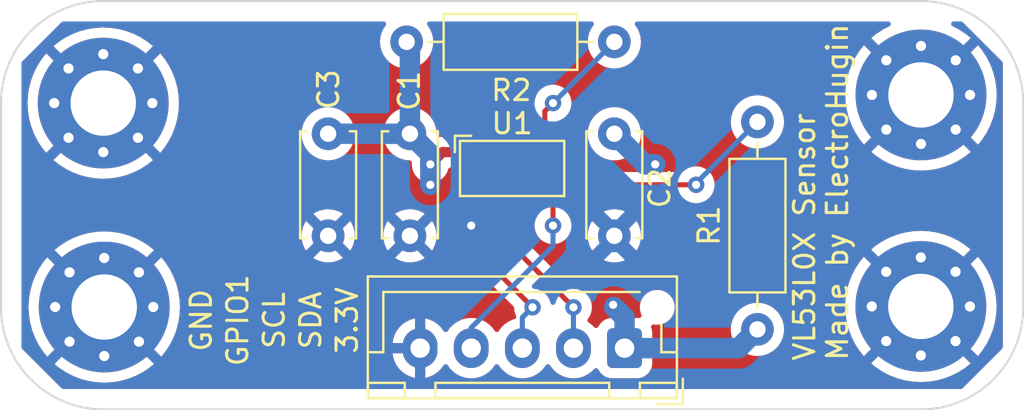
<source format=kicad_pcb>
(kicad_pcb (version 20221018) (generator pcbnew)
  (layers (0 "F.Cu" signal) (1 "In1.Cu" power) (2 "In2.Cu" power) (31 "B.Cu" signal) (34 "B.Paste" user) (35 "F.Paste" user) (36 "B.SilkS" user "B.Silkscreen") (37 "F.SilkS" user "F.Silkscreen") (38 "B.Mask" user) (39 "F.Mask" user) (44 "Edge.Cuts" user))
  (net 0 "")
  (net 1 "+3.3V")
  (net 2 "GND")
  (net 3 "/SDA")
  (net 4 "/SCL")
  (net 5 "/VL53L0X")
  (net 6 "Net-(U1-XSHUT)")
  (footprint "MountingHole:MountingHole_3.2mm_M3_Pad_Via" (layer "F.Cu") (at 104.048805 74.985897)
    (fp_text reference "H4" hide)
    (fp_text value "Hole_Pad" hide)
    (pad "1" thru_hole circle (at -2.4 0) (size 0.8 0.8) (drill 0.5) (layers "*.Cu" "*.Mask") (net 2 "GND"))
    (pad "1" thru_hole circle (at -1.697056 -1.697056) (size 0.8 0.8) (drill 0.5) (layers "*.Cu" "*.Mask") (net 2 "GND"))
    (pad "1" thru_hole circle (at -1.697056 1.697056) (size 0.8 0.8) (drill 0.5) (layers "*.Cu" "*.Mask") (net 2 "GND"))
    (pad "1" thru_hole circle (at 0 -2.4) (size 0.8 0.8) (drill 0.5) (layers "*.Cu" "*.Mask") (net 2 "GND"))
    (pad "1" thru_hole circle (at 0 0) (size 6.4 6.4) (drill 3.2) (layers "*.Cu" "*.Mask") (net 2 "GND"))
    (pad "1" thru_hole circle (at 0 2.4) (size 0.8 0.8) (drill 0.5) (layers "*.Cu" "*.Mask") (net 2 "GND"))
    (pad "1" thru_hole circle (at 1.697056 -1.697056) (size 0.8 0.8) (drill 0.5) (layers "*.Cu" "*.Mask") (net 2 "GND"))
    (pad "1" thru_hole circle (at 1.697056 1.697056) (size 0.8 0.8) (drill 0.5) (layers "*.Cu" "*.Mask") (net 2 "GND"))
    (pad "1" thru_hole circle (at 2.4 0) (size 0.8 0.8) (drill 0.5) (layers "*.Cu" "*.Mask") (net 2 "GND"))
  )
  (footprint "Capacitor_THT:C_Disc_D5.0mm_W2.5mm_P5.00mm" (layer "F.Cu") (at 115 66.5 -90)
    (fp_text reference "C3" (at -2.169582 -0.020321 90) (layer "F.SilkS"))
    (fp_text value "1u")
    (fp_line (start -0.12 -1.37) (end -0.12 -1.055) (stroke (width 0.12)) (layer "F.SilkS"))
    (fp_line (start -0.12 -1.37) (end 5.12 -1.37) (stroke (width 0.12)) (layer "F.SilkS"))
    (fp_line (start -0.12 1.055) (end -0.12 1.37) (stroke (width 0.12)) (layer "F.SilkS"))
    (fp_line (start -0.12 1.37) (end 5.12 1.37) (stroke (width 0.12)) (layer "F.SilkS"))
    (fp_line (start 5.12 -1.37) (end 5.12 -1.055) (stroke (width 0.12)) (layer "F.SilkS"))
    (fp_line (start 5.12 1.055) (end 5.12 1.37) (stroke (width 0.12)) (layer "F.SilkS"))
    (pad "1" thru_hole circle (at 0 0 270) (size 1.6 1.6) (drill 0.8) (layers "*.Cu" "*.Mask") (net 1 "+3.3V"))
    (pad "2" thru_hole circle (at 5 0 270) (size 1.6 1.6) (drill 0.8) (layers "*.Cu" "*.Mask") (net 2 "GND"))
  )
  (footprint "Sensor_Distance:ST_VL53L1x" (layer "F.Cu") (at 124 68.2)
    (fp_text reference "U1" (at 0 -2.2) (layer "F.SilkS"))
    (fp_text value "VL53L1CXV0FY1")
    (fp_line (start -2.8 -1.6) (end -2 -1.6) (stroke (width 0.12)) (layer "F.SilkS"))
    (fp_line (start -2.8 -0.8) (end -2.8 -1.6) (stroke (width 0.12)) (layer "F.SilkS"))
    (fp_line (start -2.55 -1.35) (end -2.55 1.35) (stroke (width 0.12)) (layer "F.SilkS"))
    (fp_line (start -2.55 1.35) (end 2.55 1.35) (stroke (width 0.12)) (layer "F.SilkS"))
    (fp_line (start 2.55 -1.35) (end -2.55 -1.35) (stroke (width 0.12)) (layer "F.SilkS"))
    (fp_line (start 2.55 1.35) (end 2.55 -1.35) (stroke (width 0.12)) (layer "F.SilkS"))
    (pad "1" smd roundrect (at -1.74 -0.675) (size 0.38 0.25) (layers "F.Cu" "F.Paste" "F.Mask") (net 1 "+3.3V"))
    (pad "1" smd roundrect (at -1.6 -0.8) (size 0.5 0.5) (layers "F.Cu" "F.Paste" "F.Mask") (net 1 "+3.3V"))
    (pad "2" smd roundrect (at -0.8 -0.8) (size 0.5 0.5) (layers "F.Cu" "F.Paste" "F.Mask") (net 2 "GND"))
    (pad "3" smd roundrect (at 0 -0.8) (size 0.5 0.5) (layers "F.Cu" "F.Paste" "F.Mask") (net 2 "GND"))
    (pad "4" smd roundrect (at 0.8 -0.8) (size 0.5 0.5) (layers "F.Cu" "F.Paste" "F.Mask") (net 2 "GND"))
    (pad "5" smd roundrect (at 1.6 -0.8) (size 0.5 0.5) (layers "F.Cu" "F.Paste" "F.Mask") (net 6 "Net-(U1-XSHUT)"))
    (pad "6" smd roundrect (at 1.6 0) (size 0.5 0.5) (layers "F.Cu" "F.Paste" "F.Mask") (net 2 "GND"))
    (pad "7" smd roundrect (at 1.6 0.8) (size 0.5 0.5) (layers "F.Cu" "F.Paste" "F.Mask") (net 5 "/VL53L0X"))
    (pad "8" smd roundrect (at 0.8 0.8) (size 0.5 0.5) (layers "F.Cu" "F.Paste" "F.Mask"))
    (pad "9" smd roundrect (at 0 0.8) (size 0.5 0.5) (layers "F.Cu" "F.Paste" "F.Mask") (net 3 "/SDA"))
    (pad "10" smd roundrect (at -0.8 0.8) (size 0.5 0.5) (layers "F.Cu" "F.Paste" "F.Mask") (net 4 "/SCL"))
    (pad "11" smd roundrect (at -1.6 0.8) (size 0.5 0.5) (layers "F.Cu" "F.Paste" "F.Mask") (net 1 "+3.3V"))
    (pad "12" smd roundrect (at -1.6 0) (size 0.5 0.5) (layers "F.Cu" "F.Paste" "F.Mask") (net 2 "GND"))
  )
  (footprint "Resistor_THT:R_Axial_DIN0207_L6.3mm_D2.5mm_P10.16mm_Horizontal" (layer "F.Cu") (at 118.84 62)
    (fp_text reference "R2" (at 5.11999 2.37293) (layer "F.SilkS"))
    (fp_text value "47k")
    (fp_line (start 1.04 0) (end 1.81 0) (stroke (width 0.12)) (layer "F.SilkS"))
    (fp_line (start 1.81 -1.37) (end 1.81 1.37) (stroke (width 0.12)) (layer "F.SilkS"))
    (fp_line (start 1.81 1.37) (end 8.35 1.37) (stroke (width 0.12)) (layer "F.SilkS"))
    (fp_line (start 8.35 -1.37) (end 1.81 -1.37) (stroke (width 0.12)) (layer "F.SilkS"))
    (fp_line (start 8.35 1.37) (end 8.35 -1.37) (stroke (width 0.12)) (layer "F.SilkS"))
    (fp_line (start 9.12 0) (end 8.35 0) (stroke (width 0.12)) (layer "F.SilkS"))
    (pad "1" thru_hole circle (at 0 0) (size 1.6 1.6) (drill 0.8) (layers "*.Cu" "*.Mask") (net 1 "+3.3V"))
    (pad "2" thru_hole oval (at 10.16 0) (size 1.6 1.6) (drill 0.8) (layers "*.Cu" "*.Mask") (net 6 "Net-(U1-XSHUT)"))
  )
  (footprint "MountingHole:MountingHole_3.2mm_M3_Pad_Via" (layer "F.Cu") (at 143.99368 74.957867)
    (fp_text reference "H3" hide)
    (fp_text value "Hole_Pad" hide)
    (pad "1" thru_hole circle (at -2.4 0) (size 0.8 0.8) (drill 0.5) (layers "*.Cu" "*.Mask") (net 2 "GND"))
    (pad "1" thru_hole circle (at -1.697056 -1.697056) (size 0.8 0.8) (drill 0.5) (layers "*.Cu" "*.Mask") (net 2 "GND"))
    (pad "1" thru_hole circle (at -1.697056 1.697056) (size 0.8 0.8) (drill 0.5) (layers "*.Cu" "*.Mask") (net 2 "GND"))
    (pad "1" thru_hole circle (at 0 -2.4) (size 0.8 0.8) (drill 0.5) (layers "*.Cu" "*.Mask") (net 2 "GND"))
    (pad "1" thru_hole circle (at 0 0) (size 6.4 6.4) (drill 3.2) (layers "*.Cu" "*.Mask") (net 2 "GND"))
    (pad "1" thru_hole circle (at 0 2.4) (size 0.8 0.8) (drill 0.5) (layers "*.Cu" "*.Mask") (net 2 "GND"))
    (pad "1" thru_hole circle (at 1.697056 -1.697056) (size 0.8 0.8) (drill 0.5) (layers "*.Cu" "*.Mask") (net 2 "GND"))
    (pad "1" thru_hole circle (at 1.697056 1.697056) (size 0.8 0.8) (drill 0.5) (layers "*.Cu" "*.Mask") (net 2 "GND"))
    (pad "1" thru_hole circle (at 2.4 0) (size 0.8 0.8) (drill 0.5) (layers "*.Cu" "*.Mask") (net 2 "GND"))
  )
  (footprint "Capacitor_THT:C_Disc_D5.0mm_W2.5mm_P5.00mm" (layer "F.Cu") (at 129 66.5 -90)
    (fp_text reference "C2" (at 2.668179 -2.223505 90) (layer "F.SilkS"))
    (fp_text value "4.7u")
    (fp_line (start -0.12 -1.37) (end -0.12 -1.055) (stroke (width 0.12)) (layer "F.SilkS"))
    (fp_line (start -0.12 -1.37) (end 5.12 -1.37) (stroke (width 0.12)) (layer "F.SilkS"))
    (fp_line (start -0.12 1.055) (end -0.12 1.37) (stroke (width 0.12)) (layer "F.SilkS"))
    (fp_line (start -0.12 1.37) (end 5.12 1.37) (stroke (width 0.12)) (layer "F.SilkS"))
    (fp_line (start 5.12 -1.37) (end 5.12 -1.055) (stroke (width 0.12)) (layer "F.SilkS"))
    (fp_line (start 5.12 1.055) (end 5.12 1.37) (stroke (width 0.12)) (layer "F.SilkS"))
    (pad "1" thru_hole circle (at 0 0 270) (size 1.6 1.6) (drill 0.8) (layers "*.Cu" "*.Mask") (net 1 "+3.3V"))
    (pad "2" thru_hole circle (at 5 0 270) (size 1.6 1.6) (drill 0.8) (layers "*.Cu" "*.Mask") (net 2 "GND"))
  )
  (footprint "MountingHole:MountingHole_3.2mm_M3_Pad_Via" (layer "F.Cu") (at 104 65)
    (fp_text reference "H1" hide)
    (fp_text value "Hole_Pad" hide)
    (pad "1" thru_hole circle (at -2.4 0) (size 0.8 0.8) (drill 0.5) (layers "*.Cu" "*.Mask") (net 2 "GND"))
    (pad "1" thru_hole circle (at -1.697056 -1.697056) (size 0.8 0.8) (drill 0.5) (layers "*.Cu" "*.Mask") (net 2 "GND"))
    (pad "1" thru_hole circle (at -1.697056 1.697056) (size 0.8 0.8) (drill 0.5) (layers "*.Cu" "*.Mask") (net 2 "GND"))
    (pad "1" thru_hole circle (at 0 -2.4) (size 0.8 0.8) (drill 0.5) (layers "*.Cu" "*.Mask") (net 2 "GND"))
    (pad "1" thru_hole circle (at 0 0) (size 6.4 6.4) (drill 3.2) (layers "*.Cu" "*.Mask") (net 2 "GND"))
    (pad "1" thru_hole circle (at 0 2.4) (size 0.8 0.8) (drill 0.5) (layers "*.Cu" "*.Mask") (net 2 "GND"))
    (pad "1" thru_hole circle (at 1.697056 -1.697056) (size 0.8 0.8) (drill 0.5) (layers "*.Cu" "*.Mask") (net 2 "GND"))
    (pad "1" thru_hole circle (at 1.697056 1.697056) (size 0.8 0.8) (drill 0.5) (layers "*.Cu" "*.Mask") (net 2 "GND"))
    (pad "1" thru_hole circle (at 2.4 0) (size 0.8 0.8) (drill 0.5) (layers "*.Cu" "*.Mask") (net 2 "GND"))
  )
  (footprint "MountingHole:MountingHole_3.2mm_M3_Pad_Via" (layer "F.Cu") (at 144 64.6)
    (fp_text reference "H2" hide)
    (fp_text value "Hole_Pad" hide)
    (pad "1" thru_hole circle (at -2.4 0) (size 0.8 0.8) (drill 0.5) (layers "*.Cu" "*.Mask") (net 2 "GND"))
    (pad "1" thru_hole circle (at -1.697056 -1.697056) (size 0.8 0.8) (drill 0.5) (layers "*.Cu" "*.Mask") (net 2 "GND"))
    (pad "1" thru_hole circle (at -1.697056 1.697056) (size 0.8 0.8) (drill 0.5) (layers "*.Cu" "*.Mask") (net 2 "GND"))
    (pad "1" thru_hole circle (at 0 -2.4) (size 0.8 0.8) (drill 0.5) (layers "*.Cu" "*.Mask") (net 2 "GND"))
    (pad "1" thru_hole circle (at 0 0) (size 6.4 6.4) (drill 3.2) (layers "*.Cu" "*.Mask") (net 2 "GND"))
    (pad "1" thru_hole circle (at 0 2.4) (size 0.8 0.8) (drill 0.5) (layers "*.Cu" "*.Mask") (net 2 "GND"))
    (pad "1" thru_hole circle (at 1.697056 -1.697056) (size 0.8 0.8) (drill 0.5) (layers "*.Cu" "*.Mask") (net 2 "GND"))
    (pad "1" thru_hole circle (at 1.697056 1.697056) (size 0.8 0.8) (drill 0.5) (layers "*.Cu" "*.Mask") (net 2 "GND"))
    (pad "1" thru_hole circle (at 2.4 0) (size 0.8 0.8) (drill 0.5) (layers "*.Cu" "*.Mask") (net 2 "GND"))
  )
  (footprint "Connector_JST:JST_XH_B5B-XH-AM_1x05_P2.50mm_Vertical" (layer "F.Cu") (at 129.5 77 180)
    (fp_text reference "J1" hide)
    (fp_text value "Conn_01x05")
    (fp_line (start -2.85 -2.75) (end -2.85 -1.5) (stroke (width 0.12)) (layer "F.SilkS"))
    (fp_line (start -2.56 -2.46) (end -2.56 3.51) (stroke (width 0.12)) (layer "F.SilkS"))
    (fp_line (start -2.56 3.51) (end 12.56 3.51) (stroke (width 0.12)) (layer "F.SilkS"))
    (fp_line (start -2.55 -2.45) (end -2.55 -1.7) (stroke (width 0.12)) (layer "F.SilkS"))
    (fp_line (start -2.55 -1.7) (end -0.75 -1.7) (stroke (width 0.12)) (layer "F.SilkS"))
    (fp_line (start -2.55 -0.2) (end -1.8 -0.2) (stroke (width 0.12)) (layer "F.SilkS"))
    (fp_line (start -1.8 -0.2) (end -1.8 1.14) (stroke (width 0.12)) (layer "F.SilkS"))
    (fp_line (start -1.6 -2.75) (end -2.85 -2.75) (stroke (width 0.12)) (layer "F.SilkS"))
    (fp_line (start -0.75 -2.45) (end -2.55 -2.45) (stroke (width 0.12)) (layer "F.SilkS"))
    (fp_line (start -0.75 -1.7) (end -0.75 -2.45) (stroke (width 0.12)) (layer "F.SilkS"))
    (fp_line (start 0.75 -2.45) (end 0.75 -1.7) (stroke (width 0.12)) (layer "F.SilkS"))
    (fp_line (start 0.75 -1.7) (end 9.25 -1.7) (stroke (width 0.12)) (layer "F.SilkS"))
    (fp_line (start 5 2.75) (end -0.74 2.75) (stroke (width 0.12)) (layer "F.SilkS"))
    (fp_line (start 9.25 -2.45) (end 0.75 -2.45) (stroke (width 0.12)) (layer "F.SilkS"))
    (fp_line (start 9.25 -1.7) (end 9.25 -2.45) (stroke (width 0.12)) (layer "F.SilkS"))
    (fp_line (start 10.75 -2.45) (end 10.75 -1.7) (stroke (width 0.12)) (layer "F.SilkS"))
    (fp_line (start 10.75 -1.7) (end 12.55 -1.7) (stroke (width 0.12)) (layer "F.SilkS"))
    (fp_line (start 11.8 -0.2) (end 11.8 2.75) (stroke (width 0.12)) (layer "F.SilkS"))
    (fp_line (start 11.8 2.75) (end 5 2.75) (stroke (width 0.12)) (layer "F.SilkS"))
    (fp_line (start 12.55 -2.45) (end 10.75 -2.45) (stroke (width 0.12)) (layer "F.SilkS"))
    (fp_line (start 12.55 -1.7) (end 12.55 -2.45) (stroke (width 0.12)) (layer "F.SilkS"))
    (fp_line (start 12.55 -0.2) (end 11.8 -0.2) (stroke (width 0.12)) (layer "F.SilkS"))
    (fp_line (start 12.56 -2.46) (end -2.56 -2.46) (stroke (width 0.12)) (layer "F.SilkS"))
    (fp_line (start 12.56 3.51) (end 12.56 -2.46) (stroke (width 0.12)) (layer "F.SilkS"))
    (pad "" np_thru_hole circle (at -1.6 2 180) (size 1.2 1.2) (drill 1.2) (layers "*.Cu" "*.Mask"))
    (pad "1" thru_hole roundrect (at 0 0 180) (size 1.7 1.95) (drill 0.95) (layers "*.Cu" "*.Mask") (roundrect_rratio 0.147059) (net 1 "+3.3V"))
    (pad "2" thru_hole oval (at 2.5 0 180) (size 1.7 1.95) (drill 0.95) (layers "*.Cu" "*.Mask") (net 3 "/SDA"))
    (pad "3" thru_hole oval (at 5 0 180) (size 1.7 1.95) (drill 0.95) (layers "*.Cu" "*.Mask") (net 4 "/SCL"))
    (pad "4" thru_hole oval (at 7.5 0 180) (size 1.7 1.95) (drill 0.95) (layers "*.Cu" "*.Mask") (net 5 "/VL53L0X"))
    (pad "5" thru_hole oval (at 10 0 180) (size 1.7 1.95) (drill 0.95) (layers "*.Cu" "*.Mask") (net 2 "GND"))
  )
  (footprint "Capacitor_THT:C_Disc_D5.0mm_W2.5mm_P5.00mm" (layer "F.Cu") (at 119 66.5 -90)
    (fp_text reference "C1" (at -2.103311 0.036573 90) (layer "F.SilkS"))
    (fp_text value "0.1u")
    (fp_line (start -0.12 -1.37) (end -0.12 -1.055) (stroke (width 0.12)) (layer "F.SilkS"))
    (fp_line (start -0.12 -1.37) (end 5.12 -1.37) (stroke (width 0.12)) (layer "F.SilkS"))
    (fp_line (start -0.12 1.055) (end -0.12 1.37) (stroke (width 0.12)) (layer "F.SilkS"))
    (fp_line (start -0.12 1.37) (end 5.12 1.37) (stroke (width 0.12)) (layer "F.SilkS"))
    (fp_line (start 5.12 -1.37) (end 5.12 -1.055) (stroke (width 0.12)) (layer "F.SilkS"))
    (fp_line (start 5.12 1.055) (end 5.12 1.37) (stroke (width 0.12)) (layer "F.SilkS"))
    (pad "1" thru_hole circle (at 0 0 270) (size 1.6 1.6) (drill 0.8) (layers "*.Cu" "*.Mask") (net 1 "+3.3V"))
    (pad "2" thru_hole circle (at 5 0 270) (size 1.6 1.6) (drill 0.8) (layers "*.Cu" "*.Mask") (net 2 "GND"))
  )
  (footprint "Resistor_THT:R_Axial_DIN0207_L6.3mm_D2.5mm_P10.16mm_Horizontal" (layer "F.Cu") (at 136 76.08 90)
    (fp_text reference "R1" (at 5.08 -2.37 90) (layer "F.SilkS"))
    (fp_text value "47k")
    (fp_line (start 1.04 0) (end 1.81 0) (stroke (width 0.12)) (layer "F.SilkS"))
    (fp_line (start 1.81 -1.37) (end 1.81 1.37) (stroke (width 0.12)) (layer "F.SilkS"))
    (fp_line (start 1.81 1.37) (end 8.35 1.37) (stroke (width 0.12)) (layer "F.SilkS"))
    (fp_line (start 8.35 -1.37) (end 1.81 -1.37) (stroke (width 0.12)) (layer "F.SilkS"))
    (fp_line (start 8.35 1.37) (end 8.35 -1.37) (stroke (width 0.12)) (layer "F.SilkS"))
    (fp_line (start 9.12 0) (end 8.35 0) (stroke (width 0.12)) (layer "F.SilkS"))
    (pad "1" thru_hole circle (at 0 0 90) (size 1.6 1.6) (drill 0.8) (layers "*.Cu" "*.Mask") (net 1 "+3.3V"))
    (pad "2" thru_hole oval (at 10.16 0 90) (size 1.6 1.6) (drill 0.8) (layers "*.Cu" "*.Mask") (net 5 "/VL53L0X"))
  )
  (gr_arc (start 99 65) (mid 100.464466 61.464466) (end 104 60) (stroke (width 0.1)) (layer "Edge.Cuts"))
  (gr_line (start 99 65) (end 99 75) (stroke (width 0.1)) (layer "Edge.Cuts"))
  (gr_arc (start 104 80) (mid 100.464466 78.535534) (end 99 75) (stroke (width 0.1)) (layer "Edge.Cuts"))
  (gr_line (start 144 60) (end 104 60) (stroke (width 0.1)) (layer "Edge.Cuts"))
  (gr_arc (start 144 60) (mid 147.535534 61.464466) (end 149 65) (stroke (width 0.1)) (layer "Edge.Cuts"))
  (gr_arc (start 149 75) (mid 147.535534 78.535534) (end 144 80) (stroke (width 0.1)) (layer "Edge.Cuts"))
  (gr_line (start 149 75) (end 149 65) (stroke (width 0.1)) (layer "Edge.Cuts"))
  (gr_line (start 104 80) (end 144 80) (stroke (width 0.1)) (layer "Edge.Cuts"))
  (gr_text "GPIO1" (at 111.160843 77.974679 90) (layer "F.SilkS") (effects (font (size 1 1)) (justify left bottom)))
  (gr_text "GND" (at 109.375433 77.260394 90) (layer "F.SilkS") (effects (font (size 1 1)) (justify left bottom)))
  (gr_text "3.3V" (at 116.517075 77.355632 90) (layer "F.SilkS") (effects (font (size 1 1)) (justify left bottom)))
  (gr_text "VL53L0X Sensor\nMade by ElectroHugin" (at 140.49703 77.695842 90) (layer "F.SilkS") (effects (font (size 1 1)) (justify left bottom)))
  (gr_text "SDA" (at 114.731663 77.141346 90) (layer "F.SilkS") (effects (font (size 1 1)) (justify left bottom)))
  (gr_text "SCL" (at 112.946253 77.117537 90) (layer "F.SilkS") (effects (font (size 1 1)) (justify left bottom)))
  (segment (start 122.4 67.4) (end 120.6 67.4) (width 0.5) (layer "F.Cu") (net 1))
  (segment (start 120.6 67.4) (end 120 68) (width 0.5) (layer "F.Cu") (net 1))
  (segment (start 122 69.4) (end 122.25 69.15) (width 0.5) (layer "F.Cu") (net 1))
  (segment (start 122 71) (end 122 69.4) (width 0.5) (layer "F.Cu") (net 1))
  (via (at 120 68) (size 0.8) (drill 0.4) (layers "F.Cu" "B.Cu") (net 1))
  (via blind (at 122 71) (size 0.8) (drill 0.4) (layers "F.Cu" "In2.Cu") (net 1))
  (via blind (at 131 68) (size 0.8) (drill 0.4) (layers "In2.Cu" "B.Cu") (net 1))
  (via blind (at 128.939668 74.879337) (size 0.8) (drill 0.4) (layers "In2.Cu" "B.Cu") (net 1))
  (via blind (at 120 69) (size 0.8) (drill 0.4) (layers "In2.Cu" "B.Cu") (net 1))
  (segment (start 135.08 77) (end 136 76.08) (width 1) (layer "B.Cu") (net 1))
  (segment (start 120 68) (end 120 67.5) (width 1) (layer "B.Cu") (net 1))
  (segment (start 130.5 68) (end 129 66.5) (width 1) (layer "B.Cu") (net 1))
  (segment (start 120 69) (end 120 68) (width 1) (layer "B.Cu") (net 1))
  (segment (start 119 66.5) (end 115 66.5) (width 1) (layer "B.Cu") (net 1))
  (segment (start 129.5 77) (end 135.08 77) (width 1) (layer "B.Cu") (net 1))
  (segment (start 131 68) (end 130.5 68) (width 1) (layer "B.Cu") (net 1))
  (segment (start 119 62.16) (end 118.84 62) (width 1) (layer "B.Cu") (net 1))
  (segment (start 119 66.5) (end 119 62.16) (width 1) (layer "B.Cu") (net 1))
  (segment (start 129.5 75.5) (end 129 75) (width 1) (layer "B.Cu") (net 1))
  (segment (start 120 67.5) (end 119 66.5) (width 1) (layer "B.Cu") (net 1))
  (segment (start 129.5 77) (end 129.5 75.5) (width 1) (layer "B.Cu") (net 1))
  (segment (start 124 67.4) (end 124 66) (width 0.25) (layer "F.Cu") (net 2))
  (segment (start 121.8 68.2) (end 121 69) (width 0.25) (layer "F.Cu") (net 2))
  (segment (start 129 71.5) (end 128 72.5) (width 0.25) (layer "F.Cu") (net 2))
  (segment (start 124.8 66.8) (end 124 66) (width 0.25) (layer "F.Cu") (net 2))
  (segment (start 125.6 68.2) (end 126.8 68.2) (width 0.25) (layer "F.Cu") (net 2))
  (segment (start 123.2 66.2) (end 123 66) (width 0.25) (layer "F.Cu") (net 2))
  (segment (start 123.2 67.4) (end 123.2 66.2) (width 0.25) (layer "F.Cu") (net 2))
  (segment (start 129 71.5) (end 130 72.5) (width 0.25) (layer "F.Cu") (net 2))
  (segment (start 124.8 67.4) (end 124.8 66.8) (width 0.25) (layer "F.Cu") (net 2))
  (segment (start 122.4 68.2) (end 121.8 68.2) (width 0.25) (layer "F.Cu") (net 2))
  (segment (start 129 72) (end 128 73) (width 0.25) (layer "B.Cu") (net 2))
  (segment (start 129 71) (end 128 70) (width 0.25) (layer "B.Cu") (net 2))
  (segment (start 129 71.5) (end 129 71) (width 0.25) (layer "B.Cu") (net 2))
  (segment (start 129 71) (end 130 70) (width 0.25) (layer "B.Cu") (net 2))
  (segment (start 129 72) (end 130 73) (width 0.25) (layer "B.Cu") (net 2))
  (segment (start 124 72) (end 124 69) (width 0.25) (layer "F.Cu") (net 3))
  (segment (start 127 75) (end 124 72) (width 0.25) (layer "F.Cu") (net 3))
  (via (at 127 75) (size 0.8) (drill 0.4) (layers "F.Cu" "B.Cu") (net 3))
  (segment (start 127 77) (end 127 75) (width 0.25) (layer "B.Cu") (net 3))
  (segment (start 123.2 73.2) (end 123.2 69) (width 0.25) (layer "F.Cu") (net 4))
  (segment (start 125 75) (end 123.2 73.2) (width 0.25) (layer "F.Cu") (net 4))
  (via (at 125 75) (size 0.8) (drill 0.4) (layers "F.Cu" "B.Cu") (net 4))
  (segment (start 124.5 77) (end 124.5 75.5) (width 0.25) (layer "B.Cu") (net 4))
  (segment (start 124.5 75.5) (end 125 75) (width 0.25) (layer "B.Cu") (net 4))
  (segment (start 126 69.4) (end 125.6 69) (width 0.25) (layer "F.Cu") (net 5))
  (segment (start 133 69) (end 125.6 69) (width 0.25) (layer "F.Cu") (net 5))
  (segment (start 126 71) (end 126 69.4) (width 0.25) (layer "F.Cu") (net 5))
  (via (at 126 71) (size 0.8) (drill 0.4) (layers "F.Cu" "B.Cu") (net 5))
  (via (at 133 69) (size 0.8) (drill 0.4) (layers "F.Cu" "B.Cu") (net 5))
  (segment (start 122 76) (end 126 72) (width 0.25) (layer "B.Cu") (net 5))
  (segment (start 133 68.92) (end 133 69) (width 0.25) (layer "B.Cu") (net 5))
  (segment (start 136 65.92) (end 133 68.92) (width 0.25) (layer "B.Cu") (net 5))
  (segment (start 126 72) (end 126 71) (width 0.25) (layer "B.Cu") (net 5))
  (segment (start 122 77) (end 122 76) (width 0.25) (layer "B.Cu") (net 5))
  (segment (start 126 65) (end 125.6 65.4) (width 0.25) (layer "F.Cu") (net 6))
  (segment (start 125.6 65.4) (end 125.6 67.4) (width 0.25) (layer "F.Cu") (net 6))
  (via (at 126 65) (size 0.8) (drill 0.4) (layers "F.Cu" "B.Cu") (net 6))
  (segment (start 129 62) (end 126 65) (width 0.25) (layer "B.Cu") (net 6))
  (zone (net 2) (net_name "GND") (layers "F.Cu" "In1.Cu" "In2.Cu" "B.Cu") (connect_pads (clearance 0.5)) (min_thickness 0.25) (fill yes (thermal_gap 0.5) (thermal_bridge_width 0.5))
    (polygon (pts (xy 102 61) (xy 146 61) (xy 148 63) (xy 148 77) (xy 146 79) (xy 102 79) (xy 100 77) (xy 100 63)))
  )
)
</source>
